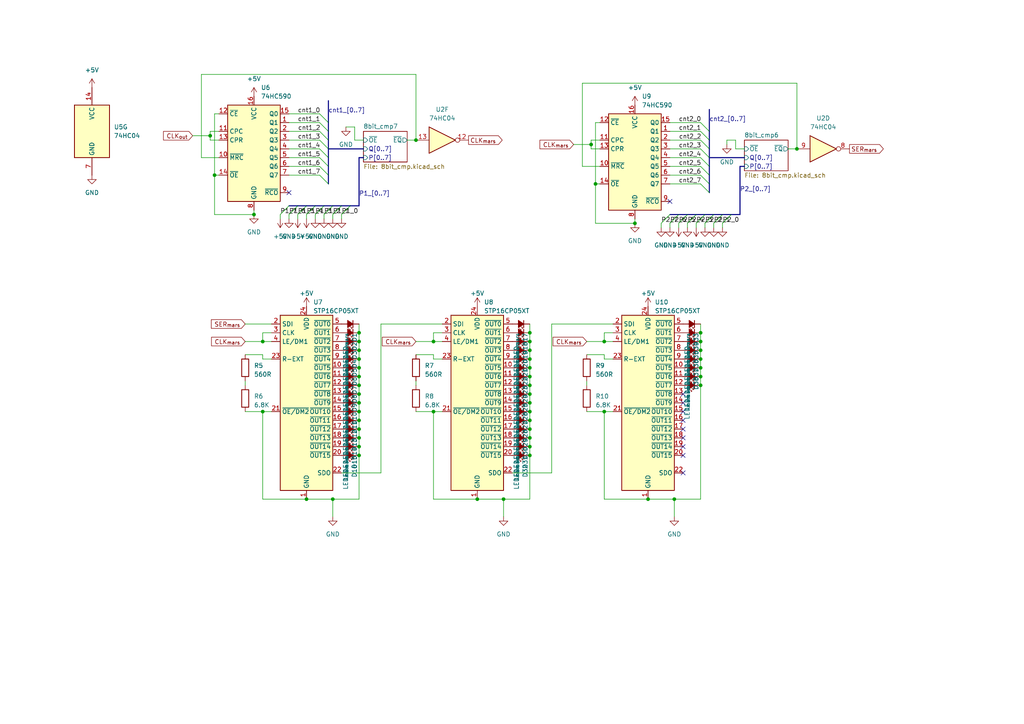
<source format=kicad_sch>
(kicad_sch (version 20230121) (generator eeschema)
  (paper "A4")
  (lib_symbols
    (symbol "74xx:74HC04"
      (property "Reference" "U" (at 0 1.27 0))
      (property "Value" "74HC04" (at 0 -1.27 0))
      (symbol "74HC04_1_0"
        (polyline (pts (xy -3.81 3.81) (xy -3.81 -3.81) (xy 3.81 0) (xy -3.81 3.81)) (stroke (width 0.254)) (fill (type background)))
        (pin input line (at -7.62 0 0) (length 3.81) (name "~") (number "1"))
        (pin output inverted (at 7.62 0 180) (length 3.81) (name "~") (number "2"))
      )
      (symbol "74HC04_2_0"
        (polyline (pts (xy -3.81 3.81) (xy -3.81 -3.81) (xy 3.81 0) (xy -3.81 3.81)) (stroke (width 0.254)) (fill (type background)))
        (pin input line (at -7.62 0 0) (length 3.81) (name "~") (number "3"))
        (pin output inverted (at 7.62 0 180) (length 3.81) (name "~") (number "4"))
      )
      (symbol "74HC04_3_0"
        (polyline (pts (xy -3.81 3.81) (xy -3.81 -3.81) (xy 3.81 0) (xy -3.81 3.81)) (stroke (width 0.254)) (fill (type background)))
        (pin input line (at -7.62 0 0) (length 3.81) (name "~") (number "5"))
        (pin output inverted (at 7.62 0 180) (length 3.81) (name "~") (number "6"))
      )
      (symbol "74HC04_4_0"
        (polyline (pts (xy -3.81 3.81) (xy -3.81 -3.81) (xy 3.81 0) (xy -3.81 3.81)) (stroke (width 0.254)) (fill (type background)))
        (pin output inverted (at 7.62 0 180) (length 3.81) (name "~") (number "8"))
        (pin input line (at -7.62 0 0) (length 3.81) (name "~") (number "9"))
      )
      (symbol "74HC04_5_0"
        (polyline (pts (xy -3.81 3.81) (xy -3.81 -3.81) (xy 3.81 0) (xy -3.81 3.81)) (stroke (width 0.254)) (fill (type background)))
        (pin output inverted (at 7.62 0 180) (length 3.81) (name "~") (number "10"))
        (pin input line (at -7.62 0 0) (length 3.81) (name "~") (number "11"))
      )
      (symbol "74HC04_6_0"
        (polyline (pts (xy -3.81 3.81) (xy -3.81 -3.81) (xy 3.81 0) (xy -3.81 3.81)) (stroke (width 0.254)) (fill (type background)))
        (pin output inverted (at 7.62 0 180) (length 3.81) (name "~") (number "12"))
        (pin input line (at -7.62 0 0) (length 3.81) (name "~") (number "13"))
      )
      (symbol "74HC04_7_0"
        (pin power_in line (at 0 12.7 270) (length 5.08) (name "VCC") (number "14"))
        (pin power_in line (at 0 -12.7 90) (length 5.08) (name "GND") (number "7"))
      )
      (symbol "74HC04_7_1"
        (rectangle (start -5.08 7.62) (end 5.08 -7.62) (stroke (width 0.254)) (fill (type background)))
      )
    )
    (symbol "74xx:74HC590"
      (property "Reference" "U" (at -7.62 16.51 0))
      (property "Value" "74HC590" (at -7.62 -13.97 0))
      (symbol "74HC590_1_0"
        (pin tri_state line (at 10.16 10.16 180) (length 2.54) (name "Q1") (number "1"))
        (pin input line (at -10.16 0 0) (length 2.54) (name "~{MRC}") (number "10"))
        (pin input line (at -10.16 7.62 0) (length 2.54) (name "CPC") (number "11"))
        (pin input line (at -10.16 12.7 0) (length 2.54) (name "~{CE}") (number "12"))
        (pin input line (at -10.16 5.08 0) (length 2.54) (name "CPR") (number "13"))
        (pin input line (at -10.16 -5.08 0) (length 2.54) (name "~{OE}") (number "14"))
        (pin tri_state line (at 10.16 12.7 180) (length 2.54) (name "Q0") (number "15"))
        (pin power_in line (at 0 17.78 270) (length 2.54) (name "VCC") (number "16"))
        (pin tri_state line (at 10.16 7.62 180) (length 2.54) (name "Q2") (number "2"))
        (pin tri_state line (at 10.16 5.08 180) (length 2.54) (name "Q3") (number "3"))
        (pin tri_state line (at 10.16 2.54 180) (length 2.54) (name "Q4") (number "4"))
        (pin tri_state line (at 10.16 0 180) (length 2.54) (name "Q5") (number "5"))
        (pin tri_state line (at 10.16 -2.54 180) (length 2.54) (name "Q6") (number "6"))
        (pin tri_state line (at 10.16 -5.08 180) (length 2.54) (name "Q7") (number "7"))
        (pin power_in line (at 0 -15.24 90) (length 2.54) (name "GND") (number "8"))
        (pin output line (at 10.16 -10.16 180) (length 2.54) (name "~{RCO}") (number "9"))
      )
      (symbol "74HC590_1_1"
        (rectangle (start -7.62 15.24) (end 7.62 -12.7) (stroke (width 0.254)) (fill (type background)))
      )
    )
    (symbol "Device:LED_Small_Filled" (pin_numbers hide) (pin_names (offset 0.254) hide)
      (property "Reference" "D" (at -1.27 3.175 0))
      (property "Value" "LED_Small_Filled" (at -4.445 -2.54 0))
      (symbol "LED_Small_Filled_0_1"
        (polyline (pts (xy -0.762 -1.016) (xy -0.762 1.016)) (stroke (width 0.254)))
        (polyline (pts (xy 1.016 0) (xy -0.762 0)))
        (polyline (pts (xy 0.762 -1.016) (xy -0.762 0) (xy 0.762 1.016) (xy 0.762 -1.016)) (stroke (width 0.254)) (fill (type outline)))
        (polyline (pts (xy 0 0.762) (xy -0.508 1.27) (xy -0.254 1.27) (xy -0.508 1.27) (xy -0.508 1.016)))
        (polyline (pts (xy 0.508 1.27) (xy 0 1.778) (xy 0.254 1.778) (xy 0 1.778) (xy 0 1.524)))
      )
      (symbol "LED_Small_Filled_1_1"
        (pin passive line (at -2.54 0 0) (length 1.778) (name "K") (number "1"))
        (pin passive line (at 2.54 0 180) (length 1.778) (name "A") (number "2"))
      )
    )
    (symbol "Device:R" (pin_numbers hide) (pin_names (offset 0))
      (property "Reference" "R" (at 2.032 0 90))
      (property "Value" "R" (at 0 0 90))
      (symbol "R_0_1"
        (rectangle (start -1.016 -2.54) (end 1.016 2.54) (stroke (width 0.254)))
      )
      (symbol "R_1_1"
        (pin passive line (at 0 3.81 270) (length 1.27) (name "~") (number "1"))
        (pin passive line (at 0 -3.81 90) (length 1.27) (name "~") (number "2"))
      )
    )
    (symbol "Driver_LED:STP16CP05XT"
      (property "Reference" "U" (at -7.62 26.67 0))
      (property "Value" "STP16CP05XT" (at 1.27 26.67 0))
      (symbol "STP16CP05XT_0_1"
        (rectangle (start -7.62 25.4) (end 7.62 -25.4) (stroke (width 0.254)) (fill (type background)))
      )
      (symbol "STP16CP05XT_1_1"
        (pin power_in line (at 0 -27.94 90) (length 2.54) (name "GND") (number "1"))
        (pin output line (at 10.16 10.16 180) (length 2.54) (name "~{OUT5}") (number "10"))
        (pin output line (at 10.16 7.62 180) (length 2.54) (name "~{OUT6}") (number "11"))
        (pin output line (at 10.16 5.08 180) (length 2.54) (name "~{OUT7}") (number "12"))
        (pin output line (at 10.16 2.54 180) (length 2.54) (name "~{OUT8}") (number "13"))
        (pin output line (at 10.16 0 180) (length 2.54) (name "~{OUT9}") (number "14"))
        (pin output line (at 10.16 -2.54 180) (length 2.54) (name "~{OUT10}") (number "15"))
        (pin output line (at 10.16 -5.08 180) (length 2.54) (name "~{OUT11}") (number "16"))
        (pin output line (at 10.16 -7.62 180) (length 2.54) (name "~{OUT12}") (number "17"))
        (pin output line (at 10.16 -10.16 180) (length 2.54) (name "~{OUT13}") (number "18"))
        (pin output line (at 10.16 -12.7 180) (length 2.54) (name "~{OUT14}") (number "19"))
        (pin input line (at -10.16 22.86 0) (length 2.54) (name "SDI") (number "2"))
        (pin output line (at 10.16 -15.24 180) (length 2.54) (name "~{OUT15}") (number "20"))
        (pin input line (at -10.16 -2.54 0) (length 2.54) (name "~{OE/DM2}") (number "21"))
        (pin output line (at 10.16 -20.32 180) (length 2.54) (name "SDO") (number "22"))
        (pin passive line (at -10.16 12.7 0) (length 2.54) (name "R-EXT") (number "23"))
        (pin power_in line (at 0 27.94 270) (length 2.54) (name "VDD") (number "24"))
        (pin passive line (at 0 -27.94 90) (length 2.54) hide (name "GND") (number "25"))
        (pin input line (at -10.16 20.32 0) (length 2.54) (name "CLK") (number "3"))
        (pin input line (at -10.16 17.78 0) (length 2.54) (name "LE/DM1") (number "4"))
        (pin output line (at 10.16 22.86 180) (length 2.54) (name "~{OUT0}") (number "5"))
        (pin output line (at 10.16 20.32 180) (length 2.54) (name "~{OUT1}") (number "6"))
        (pin output line (at 10.16 17.78 180) (length 2.54) (name "~{OUT2}") (number "7"))
        (pin output line (at 10.16 15.24 180) (length 2.54) (name "~{OUT3}") (number "8"))
        (pin output line (at 10.16 12.7 180) (length 2.54) (name "~{OUT4}") (number "9"))
      )
    )
    (symbol "power:+5V" (power) (pin_names (offset 0))
      (property "Value" "+5V" (at 0 3.556 0))
      (symbol "+5V_0_1"
        (polyline (pts (xy -0.762 1.27) (xy 0 2.54)))
        (polyline (pts (xy 0 0) (xy 0 2.54)))
        (polyline (pts (xy 0 2.54) (xy 0.762 1.27)))
      )
      (symbol "+5V_1_1"
        (pin power_in line (at 0 0 90) (length 0) hide (name "+5V") (number "1"))
      )
    )
    (symbol "power:GND" (power) (pin_names (offset 0))
      (property "Value" "GND" (at 0 -3.81 0))
      (symbol "GND_0_1"
        (polyline (pts (xy 0 0) (xy 0 -1.27) (xy 1.27 -1.27) (xy 0 -2.54) (xy -1.27 -1.27) (xy 0 -1.27)))
      )
      (symbol "GND_1_1"
        (pin power_in line (at 0 0 270) (length 0) hide (name "GND") (number "1"))
      )
    )
  )
  (junction (at 104.14 124.46))
  (junction (at 203.2 111.76))
  (junction (at 88.9 144.78))
  (junction (at 153.67 111.76))
  (junction (at 120.65 40.64))
  (junction (at 96.52 144.78))
  (junction (at 153.67 129.54))
  (junction (at 153.67 121.92))
  (junction (at 60.96 39.37))
  (junction (at 153.67 114.3))
  (junction (at 153.67 101.6))
  (junction (at 104.14 116.84))
  (junction (at 125.73 99.06))
  (junction (at 172.72 53.34))
  (junction (at 125.73 119.38))
  (junction (at 203.2 96.52))
  (junction (at 153.67 104.14))
  (junction (at 195.58 144.78))
  (junction (at 104.14 104.14))
  (junction (at 153.67 96.52))
  (junction (at 104.14 99.06))
  (junction (at 203.2 99.06))
  (junction (at 187.96 144.78))
  (junction (at 104.14 132.08))
  (junction (at 146.05 144.78))
  (junction (at 104.14 114.3))
  (junction (at 76.2 99.06))
  (junction (at 104.14 129.54))
  (junction (at 175.26 99.06))
  (junction (at 104.14 111.76))
  (junction (at 76.2 119.38))
  (junction (at 231.14 43.18))
  (junction (at 153.67 124.46))
  (junction (at 153.67 109.22))
  (junction (at 62.23 50.8))
  (junction (at 203.2 104.14))
  (junction (at 153.67 132.08))
  (junction (at 171.45 41.91))
  (junction (at 104.14 109.22))
  (junction (at 203.2 101.6))
  (junction (at 104.14 121.92))
  (junction (at 138.43 144.78))
  (junction (at 203.2 109.22))
  (junction (at 153.67 106.68))
  (junction (at 153.67 116.84))
  (junction (at 203.2 106.68))
  (junction (at 175.26 119.38))
  (junction (at 153.67 119.38))
  (junction (at 104.14 119.38))
  (junction (at 104.14 96.52))
  (junction (at 184.15 64.77))
  (junction (at 153.67 127))
  (junction (at 104.14 101.6))
  (junction (at 73.66 62.23))
  (junction (at 104.14 106.68))
  (junction (at 153.67 99.06))
  (junction (at 104.14 127))
  (no_connect (at 83.82 55.88))
  (no_connect (at 198.12 129.54))
  (no_connect (at 198.12 124.46))
  (no_connect (at 198.12 116.84))
  (no_connect (at 198.12 137.16))
  (no_connect (at 198.12 127))
  (no_connect (at 198.12 132.08))
  (no_connect (at 198.12 114.3))
  (no_connect (at 198.12 121.92))
  (no_connect (at 198.12 119.38))
  (no_connect (at 194.31 58.42))
  (bus_entry (at 199.39 62.23) (size -2.54 2.54))
  (bus_entry (at 204.47 62.23) (size -2.54 2.54))
  (bus_entry (at 203.2 45.72) (size 2.54 2.54))
  (bus_entry (at 96.52 59.69) (size -2.54 2.54))
  (bus_entry (at 201.93 62.23) (size -2.54 2.54))
  (bus_entry (at 92.71 35.56) (size 2.54 2.54))
  (bus_entry (at 93.98 59.69) (size -2.54 2.54))
  (bus_entry (at 209.55 62.23) (size -2.54 2.54))
  (bus_entry (at 203.2 35.56) (size 2.54 2.54))
  (bus_entry (at 91.44 59.69) (size -2.54 2.54))
  (bus_entry (at 92.71 40.64) (size 2.54 2.54))
  (bus_entry (at 92.71 43.18) (size 2.54 2.54))
  (bus_entry (at 99.06 59.69) (size -2.54 2.54))
  (bus_entry (at 101.6 59.69) (size -2.54 2.54))
  (bus_entry (at 194.31 62.23) (size -2.54 2.54))
  (bus_entry (at 86.36 59.69) (size -2.54 2.54))
  (bus_entry (at 203.2 53.34) (size 2.54 2.54))
  (bus_entry (at 207.01 62.23) (size -2.54 2.54))
  (bus_entry (at 92.71 50.8) (size 2.54 2.54))
  (bus_entry (at 88.9 59.69) (size -2.54 2.54))
  (bus_entry (at 92.71 33.02) (size 2.54 2.54))
  (bus_entry (at 196.85 62.23) (size -2.54 2.54))
  (bus_entry (at 83.82 59.69) (size -2.54 2.54))
  (bus_entry (at 203.2 40.64) (size 2.54 2.54))
  (bus_entry (at 92.71 38.1) (size 2.54 2.54))
  (bus_entry (at 92.71 48.26) (size 2.54 2.54))
  (bus_entry (at 203.2 48.26) (size 2.54 2.54))
  (bus_entry (at 212.09 62.23) (size -2.54 2.54))
  (bus_entry (at 203.2 43.18) (size 2.54 2.54))
  (bus_entry (at 203.2 38.1) (size 2.54 2.54))
  (bus_entry (at 92.71 45.72) (size 2.54 2.54))
  (bus_entry (at 203.2 50.8) (size 2.54 2.54))
  (wire (pts (xy 210.82 41.91) (xy 210.82 40.64)))
  (wire (pts (xy 104.14 93.98) (xy 104.14 96.52)))
  (wire (pts (xy 83.82 40.64) (xy 92.71 40.64)))
  (wire (pts (xy 100.33 36.83) (xy 102.87 36.83)))
  (wire (pts (xy 83.82 35.56) (xy 92.71 35.56)))
  (wire (pts (xy 104.14 104.14) (xy 104.14 106.68)))
  (wire (pts (xy 160.02 93.98) (xy 177.8 93.98)))
  (wire (pts (xy 83.82 62.23) (xy 83.82 63.5)))
  (wire (pts (xy 153.67 101.6) (xy 153.67 104.14)))
  (wire (pts (xy 175.26 102.87) (xy 175.26 104.14)))
  (wire (pts (xy 76.2 144.78) (xy 76.2 119.38)))
  (wire (pts (xy 231.14 24.13) (xy 168.91 24.13)))
  (wire (pts (xy 125.73 99.06) (xy 128.27 99.06)))
  (wire (pts (xy 60.96 39.37) (xy 60.96 38.1)))
  (wire (pts (xy 104.14 109.22) (xy 104.14 111.76)))
  (wire (pts (xy 203.2 99.06) (xy 203.2 101.6)))
  (wire (pts (xy 171.45 43.18) (xy 171.45 41.91)))
  (wire (pts (xy 194.31 35.56) (xy 203.2 35.56)))
  (wire (pts (xy 120.65 119.38) (xy 125.73 119.38)))
  (wire (pts (xy 153.67 104.14) (xy 153.67 106.68)))
  (wire (pts (xy 62.23 62.23) (xy 62.23 50.8)))
  (wire (pts (xy 166.37 41.91) (xy 171.45 41.91)))
  (wire (pts (xy 99.06 62.23) (xy 99.06 63.5)))
  (wire (pts (xy 153.67 114.3) (xy 153.67 116.84)))
  (wire (pts (xy 81.28 62.23) (xy 81.28 63.5)))
  (wire (pts (xy 203.2 96.52) (xy 203.2 99.06)))
  (wire (pts (xy 203.2 109.22) (xy 203.2 111.76)))
  (wire (pts (xy 146.05 149.86) (xy 146.05 144.78)))
  (wire (pts (xy 96.52 144.78) (xy 104.14 144.78)))
  (wire (pts (xy 153.67 121.92) (xy 153.67 124.46)))
  (wire (pts (xy 110.49 137.16) (xy 110.49 93.98)))
  (wire (pts (xy 195.58 144.78) (xy 203.2 144.78)))
  (wire (pts (xy 175.26 144.78) (xy 175.26 119.38)))
  (wire (pts (xy 171.45 41.91) (xy 171.45 40.64)))
  (wire (pts (xy 184.15 63.5) (xy 184.15 64.77)))
  (wire (pts (xy 168.91 48.26) (xy 173.99 48.26)))
  (wire (pts (xy 71.12 93.98) (xy 78.74 93.98)))
  (wire (pts (xy 207.01 64.77) (xy 207.01 66.04)))
  (bus (pts (xy 205.74 43.18) (xy 205.74 45.72)))
  (wire (pts (xy 153.67 96.52) (xy 153.67 99.06)))
  (wire (pts (xy 194.31 38.1) (xy 203.2 38.1)))
  (wire (pts (xy 62.23 33.02) (xy 63.5 33.02)))
  (wire (pts (xy 170.18 110.49) (xy 170.18 111.76)))
  (bus (pts (xy 194.31 62.23) (xy 196.85 62.23)))
  (wire (pts (xy 96.52 149.86) (xy 96.52 144.78)))
  (bus (pts (xy 214.63 62.23) (xy 214.63 48.26)))
  (wire (pts (xy 104.14 127) (xy 104.14 129.54)))
  (bus (pts (xy 209.55 62.23) (xy 212.09 62.23)))
  (bus (pts (xy 83.82 59.69) (xy 86.36 59.69)))
  (wire (pts (xy 62.23 50.8) (xy 62.23 33.02)))
  (wire (pts (xy 194.31 48.26) (xy 203.2 48.26)))
  (wire (pts (xy 194.31 53.34) (xy 203.2 53.34)))
  (wire (pts (xy 104.14 106.68) (xy 104.14 109.22)))
  (bus (pts (xy 93.98 59.69) (xy 96.52 59.69)))
  (wire (pts (xy 201.93 64.77) (xy 201.93 66.04)))
  (wire (pts (xy 110.49 93.98) (xy 128.27 93.98)))
  (wire (pts (xy 125.73 99.06) (xy 125.73 96.52)))
  (bus (pts (xy 205.74 40.64) (xy 205.74 43.18)))
  (wire (pts (xy 99.06 137.16) (xy 110.49 137.16)))
  (bus (pts (xy 95.25 45.72) (xy 95.25 48.26)))
  (bus (pts (xy 95.25 40.64) (xy 95.25 43.18)))
  (wire (pts (xy 62.23 50.8) (xy 63.5 50.8)))
  (wire (pts (xy 175.26 99.06) (xy 175.26 96.52)))
  (wire (pts (xy 73.66 62.23) (xy 62.23 62.23)))
  (wire (pts (xy 196.85 64.77) (xy 196.85 66.04)))
  (wire (pts (xy 76.2 104.14) (xy 78.74 104.14)))
  (wire (pts (xy 187.96 144.78) (xy 175.26 144.78)))
  (wire (pts (xy 104.14 111.76) (xy 104.14 114.3)))
  (bus (pts (xy 196.85 62.23) (xy 199.39 62.23)))
  (bus (pts (xy 201.93 62.23) (xy 204.47 62.23)))
  (wire (pts (xy 172.72 53.34) (xy 172.72 35.56)))
  (wire (pts (xy 231.14 43.18) (xy 231.14 24.13)))
  (wire (pts (xy 203.2 111.76) (xy 203.2 144.78)))
  (bus (pts (xy 95.25 35.56) (xy 95.25 38.1)))
  (wire (pts (xy 203.2 101.6) (xy 203.2 104.14)))
  (bus (pts (xy 205.74 45.72) (xy 215.9 45.72)))
  (wire (pts (xy 172.72 53.34) (xy 173.99 53.34)))
  (wire (pts (xy 153.67 116.84) (xy 153.67 119.38)))
  (wire (pts (xy 203.2 106.68) (xy 203.2 109.22)))
  (wire (pts (xy 76.2 102.87) (xy 76.2 104.14)))
  (wire (pts (xy 58.42 21.59) (xy 58.42 45.72)))
  (wire (pts (xy 83.82 43.18) (xy 92.71 43.18)))
  (bus (pts (xy 205.74 45.72) (xy 205.74 48.26)))
  (wire (pts (xy 118.11 40.64) (xy 120.65 40.64)))
  (wire (pts (xy 120.65 40.64) (xy 120.65 21.59)))
  (bus (pts (xy 212.09 62.23) (xy 214.63 62.23)))
  (wire (pts (xy 93.98 62.23) (xy 93.98 63.5)))
  (wire (pts (xy 168.91 24.13) (xy 168.91 48.26)))
  (wire (pts (xy 210.82 40.64) (xy 213.36 40.64)))
  (wire (pts (xy 104.14 132.08) (xy 104.14 144.78)))
  (wire (pts (xy 102.87 36.83) (xy 102.87 40.64)))
  (bus (pts (xy 205.74 31.75) (xy 205.74 38.1)))
  (bus (pts (xy 205.74 48.26) (xy 205.74 50.8)))
  (wire (pts (xy 153.67 106.68) (xy 153.67 109.22)))
  (wire (pts (xy 153.67 132.08) (xy 153.67 144.78)))
  (bus (pts (xy 104.14 59.69) (xy 104.14 45.72)))
  (bus (pts (xy 207.01 62.23) (xy 209.55 62.23)))
  (wire (pts (xy 194.31 43.18) (xy 203.2 43.18)))
  (wire (pts (xy 153.67 109.22) (xy 153.67 111.76)))
  (wire (pts (xy 138.43 144.78) (xy 125.73 144.78)))
  (wire (pts (xy 195.58 149.86) (xy 195.58 144.78)))
  (wire (pts (xy 146.05 144.78) (xy 153.67 144.78)))
  (wire (pts (xy 170.18 99.06) (xy 175.26 99.06)))
  (wire (pts (xy 153.67 99.06) (xy 153.67 101.6)))
  (wire (pts (xy 125.73 119.38) (xy 128.27 119.38)))
  (bus (pts (xy 204.47 62.23) (xy 207.01 62.23)))
  (wire (pts (xy 120.65 99.06) (xy 125.73 99.06)))
  (wire (pts (xy 104.14 96.52) (xy 104.14 99.06)))
  (wire (pts (xy 76.2 119.38) (xy 78.74 119.38)))
  (wire (pts (xy 153.67 127) (xy 153.67 129.54)))
  (wire (pts (xy 125.73 102.87) (xy 125.73 104.14)))
  (wire (pts (xy 175.26 119.38) (xy 177.8 119.38)))
  (wire (pts (xy 209.55 64.77) (xy 209.55 66.04)))
  (wire (pts (xy 153.67 124.46) (xy 153.67 127)))
  (wire (pts (xy 184.15 64.77) (xy 172.72 64.77)))
  (wire (pts (xy 104.14 116.84) (xy 104.14 119.38)))
  (wire (pts (xy 104.14 119.38) (xy 104.14 121.92)))
  (bus (pts (xy 205.74 50.8) (xy 205.74 53.34)))
  (wire (pts (xy 170.18 102.87) (xy 175.26 102.87)))
  (bus (pts (xy 95.25 38.1) (xy 95.25 40.64)))
  (wire (pts (xy 91.44 62.23) (xy 91.44 63.5)))
  (wire (pts (xy 96.52 62.23) (xy 96.52 63.5)))
  (wire (pts (xy 175.26 96.52) (xy 177.8 96.52)))
  (wire (pts (xy 60.96 38.1) (xy 63.5 38.1)))
  (wire (pts (xy 171.45 40.64) (xy 173.99 40.64)))
  (wire (pts (xy 173.99 43.18) (xy 171.45 43.18)))
  (wire (pts (xy 146.05 144.78) (xy 138.43 144.78)))
  (wire (pts (xy 88.9 144.78) (xy 76.2 144.78)))
  (wire (pts (xy 71.12 110.49) (xy 71.12 111.76)))
  (wire (pts (xy 172.72 64.77) (xy 172.72 53.34)))
  (wire (pts (xy 83.82 48.26) (xy 92.71 48.26)))
  (wire (pts (xy 58.42 45.72) (xy 63.5 45.72)))
  (wire (pts (xy 102.87 40.64) (xy 105.41 40.64)))
  (wire (pts (xy 76.2 99.06) (xy 78.74 99.06)))
  (wire (pts (xy 213.36 40.64) (xy 213.36 43.18)))
  (wire (pts (xy 83.82 45.72) (xy 92.71 45.72)))
  (wire (pts (xy 148.59 137.16) (xy 160.02 137.16)))
  (wire (pts (xy 104.14 114.3) (xy 104.14 116.84)))
  (wire (pts (xy 228.6 43.18) (xy 231.14 43.18)))
  (bus (pts (xy 205.74 53.34) (xy 205.74 55.88)))
  (wire (pts (xy 76.2 96.52) (xy 78.74 96.52)))
  (wire (pts (xy 83.82 38.1) (xy 92.71 38.1)))
  (wire (pts (xy 120.65 110.49) (xy 120.65 111.76)))
  (wire (pts (xy 213.36 43.18) (xy 215.9 43.18)))
  (bus (pts (xy 91.44 59.69) (xy 93.98 59.69)))
  (wire (pts (xy 153.67 129.54) (xy 153.67 132.08)))
  (bus (pts (xy 214.63 48.26) (xy 215.9 48.26)))
  (bus (pts (xy 101.6 59.69) (xy 104.14 59.69)))
  (wire (pts (xy 63.5 40.64) (xy 60.96 40.64)))
  (wire (pts (xy 194.31 64.77) (xy 194.31 66.04)))
  (wire (pts (xy 76.2 99.06) (xy 76.2 96.52)))
  (bus (pts (xy 88.9 59.69) (xy 91.44 59.69)))
  (bus (pts (xy 95.25 29.21) (xy 95.25 35.56)))
  (bus (pts (xy 86.36 59.69) (xy 88.9 59.69)))
  (wire (pts (xy 203.2 104.14) (xy 203.2 106.68)))
  (wire (pts (xy 175.26 104.14) (xy 177.8 104.14)))
  (wire (pts (xy 71.12 102.87) (xy 76.2 102.87)))
  (bus (pts (xy 95.25 43.18) (xy 105.41 43.18)))
  (wire (pts (xy 160.02 137.16) (xy 160.02 93.98)))
  (wire (pts (xy 83.82 50.8) (xy 92.71 50.8)))
  (wire (pts (xy 194.31 50.8) (xy 203.2 50.8)))
  (wire (pts (xy 104.14 101.6) (xy 104.14 104.14)))
  (wire (pts (xy 96.52 144.78) (xy 88.9 144.78)))
  (wire (pts (xy 153.67 93.98) (xy 153.67 96.52)))
  (wire (pts (xy 175.26 99.06) (xy 177.8 99.06)))
  (wire (pts (xy 125.73 104.14) (xy 128.27 104.14)))
  (bus (pts (xy 95.25 50.8) (xy 95.25 53.34)))
  (wire (pts (xy 60.96 40.64) (xy 60.96 39.37)))
  (wire (pts (xy 194.31 45.72) (xy 203.2 45.72)))
  (wire (pts (xy 191.77 64.77) (xy 191.77 66.04)))
  (wire (pts (xy 195.58 144.78) (xy 187.96 144.78)))
  (wire (pts (xy 153.67 119.38) (xy 153.67 121.92)))
  (bus (pts (xy 95.25 48.26) (xy 95.25 50.8)))
  (wire (pts (xy 104.14 129.54) (xy 104.14 132.08)))
  (bus (pts (xy 199.39 62.23) (xy 201.93 62.23)))
  (bus (pts (xy 104.14 45.72) (xy 105.41 45.72)))
  (wire (pts (xy 104.14 99.06) (xy 104.14 101.6)))
  (bus (pts (xy 99.06 59.69) (xy 101.6 59.69)))
  (bus (pts (xy 96.52 59.69) (xy 99.06 59.69)))
  (wire (pts (xy 204.47 64.77) (xy 204.47 66.04)))
  (wire (pts (xy 71.12 119.38) (xy 76.2 119.38)))
  (bus (pts (xy 95.25 43.18) (xy 95.25 45.72)))
  (bus (pts (xy 205.74 38.1) (xy 205.74 40.64)))
  (wire (pts (xy 172.72 35.56) (xy 173.99 35.56)))
  (wire (pts (xy 194.31 40.64) (xy 203.2 40.64)))
  (wire (pts (xy 83.82 33.02) (xy 92.71 33.02)))
  (wire (pts (xy 120.65 21.59) (xy 58.42 21.59)))
  (wire (pts (xy 199.39 64.77) (xy 199.39 66.04)))
  (wire (pts (xy 73.66 60.96) (xy 73.66 62.23)))
  (wire (pts (xy 125.73 144.78) (xy 125.73 119.38)))
  (wire (pts (xy 55.88 39.37) (xy 60.96 39.37)))
  (wire (pts (xy 104.14 124.46) (xy 104.14 127)))
  (wire (pts (xy 71.12 99.06) (xy 76.2 99.06)))
  (wire (pts (xy 88.9 62.23) (xy 88.9 63.5)))
  (wire (pts (xy 170.18 119.38) (xy 175.26 119.38)))
  (wire (pts (xy 125.73 96.52) (xy 128.27 96.52)))
  (wire (pts (xy 86.36 62.23) (xy 86.36 63.5)))
  (wire (pts (xy 120.65 102.87) (xy 125.73 102.87)))
  (wire (pts (xy 153.67 111.76) (xy 153.67 114.3)))
  (wire (pts (xy 203.2 93.98) (xy 203.2 96.52)))
  (wire (pts (xy 104.14 121.92) (xy 104.14 124.46)))
  (label "P1_4" (at 88.9 62.23 0))
  (label "P2_[0..7]" (at 214.63 55.88 0))
  (label "cnt2_7" (at 196.85 53.34 0))
  (label "cnt1_[0..7]" (at 95.25 33.02 0))
  (label "cnt1_4" (at 86.36 43.18 0))
  (label "cnt1_1" (at 86.36 35.56 0))
  (label "cnt2_[0..7]" (at 205.74 35.56 0))
  (label "P1_6" (at 83.82 62.23 0))
  (label "P1_0" (at 99.06 62.23 0))
  (label "P2_0" (at 209.55 64.77 0))
  (label "cnt2_0" (at 196.85 35.56 0))
  (label "cnt1_7" (at 86.36 50.8 0))
  (label "P2_3" (at 201.93 64.77 0))
  (label "cnt1_6" (at 86.36 48.26 0))
  (label "cnt2_1" (at 196.85 38.1 0))
  (label "P1_2" (at 93.98 62.23 0))
  (label "P2_5" (at 196.85 64.77 0))
  (label "P2_2" (at 204.47 64.77 0))
  (label "cnt1_2" (at 86.4114 38.1 0))
  (label "P2_7" (at 191.77 64.77 0))
  (label "cnt2_2" (at 196.9014 40.64 0))
  (label "cnt1_0" (at 86.36 33.02 0))
  (label "cnt1_5" (at 86.36 45.72 0))
  (label "cnt1_3" (at 86.36 40.64 0))
  (label "P2_1" (at 207.01 64.77 0))
  (label "cnt2_4" (at 196.85 45.72 0))
  (label "cnt2_5" (at 196.85 48.26 0))
  (label "P2_6" (at 194.31 64.77 0))
  (label "P2_4" (at 199.39 64.77 0))
  (label "P1_3" (at 91.44 62.23 0))
  (label "cnt2_6" (at 196.85 50.8 0))
  (label "P1_7" (at 81.28 62.23 0))
  (label "P1_5" (at 86.36 62.23 0))
  (label "P1_1" (at 96.52 62.23 0))
  (label "P1_[0..7]" (at 104.14 57.15 0))
  (label "cnt2_3" (at 196.85 43.18 0))
  (global_label "CLK_{mars}" (shape output) (at 135.89 40.64 0) (property "Intersheetrefs" "${INTERSHEET_REFS}" (effects hide)))
  (global_label "CLK_{out}" (shape input) (at 55.88 39.37 180) (property "Intersheetrefs" "${INTERSHEET_REFS}" (effects hide)))
  (global_label "CLK_{mars}" (shape input) (at 170.18 99.06 180) (property "Intersheetrefs" "${INTERSHEET_REFS}" (effects hide)))
  (global_label "SER_{mars}" (shape input) (at 71.12 93.98 180) (property "Intersheetrefs" "${INTERSHEET_REFS}" (effects hide)))
  (global_label "SER_{mars}" (shape output) (at 246.38 43.18 0) (property "Intersheetrefs" "${INTERSHEET_REFS}" (effects hide)))
  (global_label "CLK_{mars}" (shape input) (at 120.65 99.06 180) (property "Intersheetrefs" "${INTERSHEET_REFS}" (effects hide)))
  (global_label "CLK_{mars}" (shape input) (at 71.12 99.06 180) (property "Intersheetrefs" "${INTERSHEET_REFS}" (effects hide)))
  (global_label "CLK_{mars}" (shape input) (at 166.37 41.91 180) (property "Intersheetrefs" "${INTERSHEET_REFS}" (effects hide)))
  (symbol (lib_id "Device:LED_Small_Filled") (at 200.66 99.06 180) (unit 1)
    (property "Reference" "D35" (at 201.8666 101.6 90) (effects (justify left)))
    (property "Value" "LED_{mars}" (at 199.3266 101.6 90) (effects (justify left)))
    (property "Footprint" "LED_SMD:LED_0402_1005Metric_Pad0.77x0.64mm_HandSolder" (effects hide))
  )
  (symbol (lib_id "Device:LED_Small_Filled") (at 101.6 104.14 180) (unit 1)
    (property "Reference" "D5" (at 102.8066 106.68 90) (effects (justify left)))
    (property "Value" "LED_{mars}" (at 100.2666 106.68 90) (effects (justify left)))
    (property "Footprint" "LED_SMD:LED_0402_1005Metric_Pad0.77x0.64mm_HandSolder" (effects hide))
  )
  (symbol (lib_id "Device:R") (at 71.12 106.68 0) (unit 1)
    (property "Reference" "R5" (at 73.66 106.045 0) (effects (justify left)))
    (property "Value" "560R" (at 73.66 108.585 0) (effects (justify left)))
    (property "Footprint" "Resistor_SMD:R_0603_1608Metric_Pad0.98x0.95mm_HandSolder" (effects hide))
  )
  (symbol (lib_id "power:+5V") (at 81.28 63.5 180) (unit 1)
    (property "Reference" "#PWR022" (effects hide))
    (property "Value" "+5V" (at 81.28 68.58 0))
  )
  (symbol (lib_id "power:GND") (at 96.52 149.86 0) (unit 1)
    (property "Reference" "#PWR030" (effects hide))
    (property "Value" "GND" (at 96.52 154.94 0))
  )
  (symbol (lib_id "Device:LED_Small_Filled") (at 101.6 124.46 180) (unit 1)
    (property "Reference" "D13" (at 102.8066 127 90) (effects (justify left)))
    (property "Value" "LED_{mars}" (at 100.2666 127 90) (effects (justify left)))
    (property "Footprint" "LED_SMD:LED_0402_1005Metric_Pad0.77x0.64mm_HandSolder" (effects hide))
  )
  (symbol (lib_id "Device:LED_Small_Filled") (at 101.6 96.52 180) (unit 1)
    (property "Reference" "D2" (at 102.8066 99.06 90) (effects (justify left)))
    (property "Value" "LED_{mars}" (at 100.2666 99.06 90) (effects (justify left)))
    (property "Footprint" "LED_SMD:LED_0402_1005Metric_Pad0.77x0.64mm_HandSolder" (effects hide))
  )
  (symbol (lib_id "Device:R") (at 170.18 115.57 0) (unit 1)
    (property "Reference" "R10" (at 172.72 114.935 0) (effects (justify left)))
    (property "Value" "6.8K" (at 172.72 117.475 0) (effects (justify left)))
    (property "Footprint" "Resistor_SMD:R_0603_1608Metric_Pad0.98x0.95mm_HandSolder" (effects hide))
  )
  (symbol (lib_id "power:GND") (at 100.33 36.83 0) (unit 1)
    (property "Reference" "#PWR032" (effects hide))
    (property "Value" "GND" (at 100.33 41.91 0))
  )
  (symbol (lib_id "power:GND") (at 93.98 63.5 0) (unit 1)
    (property "Reference" "#PWR028" (effects hide))
    (property "Value" "GND" (at 93.98 68.58 0))
  )
  (symbol (lib_id "Device:LED_Small_Filled") (at 101.6 119.38 180) (unit 1)
    (property "Reference" "D11" (at 102.8066 121.92 90) (effects (justify left)))
    (property "Value" "LED_{mars}" (at 100.2666 121.92 90) (effects (justify left)))
    (property "Footprint" "LED_SMD:LED_0402_1005Metric_Pad0.77x0.64mm_HandSolder" (effects hide))
  )
  (symbol (lib_id "Device:LED_Small_Filled") (at 101.6 93.98 180) (unit 1)
    (property "Reference" "D1" (at 102.8066 96.52 90) (effects (justify left)))
    (property "Value" "LED_{mars}" (at 100.2666 96.52 90) (effects (justify left)))
    (property "Footprint" "LED_SMD:LED_0402_1005Metric_Pad0.77x0.64mm_HandSolder" (effects hide))
  )
  (symbol (lib_id "Device:R") (at 170.18 106.68 0) (unit 1)
    (property "Reference" "R9" (at 172.72 106.045 0) (effects (justify left)))
    (property "Value" "560R" (at 172.72 108.585 0) (effects (justify left)))
    (property "Footprint" "Resistor_SMD:R_0603_1608Metric_Pad0.98x0.95mm_HandSolder" (effects hide))
  )
  (symbol (lib_id "Device:LED_Small_Filled") (at 101.6 106.68 180) (unit 1)
    (property "Reference" "D6" (at 102.8066 109.22 90) (effects (justify left)))
    (property "Value" "LED_{mars}" (at 100.2666 109.22 90) (effects (justify left)))
    (property "Footprint" "LED_SMD:LED_0402_1005Metric_Pad0.77x0.64mm_HandSolder" (effects hide))
  )
  (symbol (lib_id "power:GND") (at 26.67 50.8 0) (unit 1)
    (property "Reference" "#PWR019" (effects hide))
    (property "Value" "GND" (at 26.67 55.88 0))
  )
  (symbol (lib_id "Device:LED_Small_Filled") (at 101.6 109.22 180) (unit 1)
    (property "Reference" "D7" (at 102.8066 111.76 90) (effects (justify left)))
    (property "Value" "LED_{mars}" (at 100.2666 111.76 90) (effects (justify left)))
    (property "Footprint" "LED_SMD:LED_0402_1005Metric_Pad0.77x0.64mm_HandSolder" (effects hide))
  )
  (symbol (lib_id "Device:LED_Small_Filled") (at 151.13 114.3 180) (unit 1)
    (property "Reference" "D25" (at 152.3366 116.84 90) (effects (justify left)))
    (property "Value" "LED_{mars}" (at 149.7966 116.84 90) (effects (justify left)))
    (property "Footprint" "LED_SMD:LED_0402_1005Metric_Pad0.77x0.64mm_HandSolder" (effects hide))
  )
  (symbol (lib_id "power:+5V") (at 88.9 88.9 0) (unit 1)
    (property "Reference" "#PWR026" (effects hide))
    (property "Value" "+5V" (at 88.9 85.09 0))
  )
  (symbol (lib_id "power:GND") (at 195.58 149.86 0) (unit 1)
    (property "Reference" "#PWR040" (effects hide))
    (property "Value" "GND" (at 195.58 154.94 0))
  )
  (symbol (lib_id "Device:LED_Small_Filled") (at 101.6 129.54 180) (unit 1)
    (property "Reference" "D15" (at 102.8066 132.08 90) (effects (justify left)))
    (property "Value" "LED_{mars}" (at 100.2666 132.08 90) (effects (justify left)))
    (property "Footprint" "LED_SMD:LED_0402_1005Metric_Pad0.77x0.64mm_HandSolder" (effects hide))
  )
  (symbol (lib_id "power:+5V") (at 184.15 30.48 0) (unit 1)
    (property "Reference" "#PWR035" (effects hide))
    (property "Value" "+5V" (at 184.15 25.4 0))
  )
  (symbol (lib_id "Driver_LED:STP16CP05XT") (at 187.96 116.84 0) (unit 1)
    (property "Reference" "U10" (at 189.9159 87.63 0) (effects (justify left)))
    (property "Value" "STP16CP05XT" (at 189.9159 90.17 0) (effects (justify left)))
    (property "Footprint" "Package_SO:HTSSOP-24-1EP_4.4x7.8mm_P0.65mm_EP3.2x5mm" (effects hide))
    (property "Datasheet" "https://www.st.com/resource/en/datasheet/stp16cp05.pdf" (effects hide))
  )
  (symbol (lib_id "Device:LED_Small_Filled") (at 151.13 104.14 180) (unit 1)
    (property "Reference" "D21" (at 152.3366 106.68 90) (effects (justify left)))
    (property "Value" "LED_{mars}" (at 149.7966 106.68 90) (effects (justify left)))
    (property "Footprint" "LED_SMD:LED_0402_1005Metric_Pad0.77x0.64mm_HandSolder" (effects hide))
  )
  (symbol (lib_id "Device:LED_Small_Filled") (at 151.13 101.6 180) (unit 1)
    (property "Reference" "D20" (at 152.3366 104.14 90) (effects (justify left)))
    (property "Value" "LED_{mars}" (at 149.7966 104.14 90) (effects (justify left)))
    (property "Footprint" "LED_SMD:LED_0402_1005Metric_Pad0.77x0.64mm_HandSolder" (effects hide))
  )
  (symbol (lib_id "Device:LED_Small_Filled") (at 101.6 99.06 180) (unit 1)
    (property "Reference" "D3" (at 102.8066 101.6 90) (effects (justify left)))
    (property "Value" "LED_{mars}" (at 100.2666 101.6 90) (effects (justify left)))
    (property "Footprint" "LED_SMD:LED_0402_1005Metric_Pad0.77x0.64mm_HandSolder" (effects hide))
  )
  (symbol (lib_id "Device:LED_Small_Filled") (at 101.6 114.3 180) (unit 1)
    (property "Reference" "D9" (at 102.8066 116.84 90) (effects (justify left)))
    (property "Value" "LED_{mars}" (at 100.2666 116.84 90) (effects (justify left)))
    (property "Footprint" "LED_SMD:LED_0402_1005Metric_Pad0.77x0.64mm_HandSolder" (effects hide))
  )
  (symbol (lib_id "power:+5V") (at 196.85 66.04 180) (unit 1)
    (property "Reference" "#PWR041" (effects hide))
    (property "Value" "+5V" (at 196.85 71.12 0))
  )
  (symbol (lib_id "power:GND") (at 73.66 62.23 0) (unit 1)
    (property "Reference" "#PWR021" (effects hide))
    (property "Value" "GND" (at 73.66 67.31 0))
  )
  (symbol (lib_id "Device:R") (at 71.12 115.57 0) (unit 1)
    (property "Reference" "R6" (at 73.66 114.935 0) (effects (justify left)))
    (property "Value" "6.8K" (at 73.66 117.475 0) (effects (justify left)))
    (property "Footprint" "Resistor_SMD:R_0603_1608Metric_Pad0.98x0.95mm_HandSolder" (effects hide))
  )
  (symbol (lib_id "power:GND") (at 204.47 66.04 0) (unit 1)
    (property "Reference" "#PWR044" (effects hide))
    (property "Value" "GND" (at 204.47 71.12 0))
  )
  (symbol (lib_id "74xx:74HC590") (at 184.15 48.26 0) (unit 1)
    (property "Reference" "U9" (at 186.1694 27.94 0) (effects (justify left)))
    (property "Value" "74HC590" (at 186.1694 30.48 0) (effects (justify left)))
    (property "Footprint" "Package_SO:TSSOP-16-1EP_4.4x5mm_P0.65mm" (effects hide))
    (property "Datasheet" "https://assets.nexperia.com/documents/data-sheet/74HC590.pdf" (effects hide))
  )
  (symbol (lib_id "74xx:74HC04") (at 128.27 40.64 0) (unit 6)
    (property "Reference" "U2" (at 128.27 31.75 0))
    (property "Value" "74HC04" (at 128.27 34.29 0))
    (property "Footprint" "Package_SO:SO-14_5.3x10.2mm_P1.27mm" (effects hide))
    (property "Datasheet" "https://assets.nexperia.com/documents/data-sheet/74HC_HCT04.pdf" (effects hide))
  )
  (symbol (lib_id "Driver_LED:STP16CP05XT") (at 138.43 116.84 0) (unit 1)
    (property "Reference" "U8" (at 140.3859 87.63 0) (effects (justify left)))
    (property "Value" "STP16CP05XT" (at 140.3859 90.17 0) (effects (justify left)))
    (property "Footprint" "Package_SO:HTSSOP-24-1EP_4.4x7.8mm_P0.65mm_EP3.2x5mm" (effects hide))
    (property "Datasheet" "https://www.st.com/resource/en/datasheet/stp16cp05.pdf" (effects hide))
  )
  (symbol (lib_id "Device:LED_Small_Filled") (at 101.6 132.08 180) (unit 1)
    (property "Reference" "D16" (at 102.8066 134.62 90) (effects (justify left)))
    (property "Value" "LED_{mars}" (at 100.2666 134.62 90) (effects (justify left)))
    (property "Footprint" "LED_SMD:LED_0402_1005Metric_Pad0.77x0.64mm_HandSolder" (effects hide))
  )
  (symbol (lib_id "74xx:74HC590") (at 73.66 45.72 0) (unit 1)
    (property "Reference" "U6" (at 75.6794 25.4 0) (effects (justify left)))
    (property "Value" "74HC590" (at 75.6794 27.94 0) (effects (justify left)))
    (property "Footprint" "Package_SO:TSSOP-16-1EP_4.4x5mm_P0.65mm" (effects hide))
    (property "Datasheet" "https://assets.nexperia.com/documents/data-sheet/74HC590.pdf" (effects hide))
  )
  (symbol (lib_id "Device:LED_Small_Filled") (at 200.66 104.14 180) (unit 1)
    (property "Reference" "D37" (at 201.8666 106.68 90) (effects (justify left)))
    (property "Value" "LED_{mars}" (at 199.3266 106.68 90) (effects (justify left)))
    (property "Footprint" "LED_SMD:LED_0402_1005Metric_Pad0.77x0.64mm_HandSolder" (effects hide))
  )
  (symbol (lib_id "Device:LED_Small_Filled") (at 200.66 106.68 180) (unit 1)
    (property "Reference" "D38" (at 201.8666 109.22 90) (effects (justify left)))
    (property "Value" "LED_{mars}" (at 199.3266 109.22 90) (effects (justify left)))
    (property "Footprint" "LED_SMD:LED_0402_1005Metric_Pad0.77x0.64mm_HandSolder" (effects hide))
  )
  (symbol (lib_id "power:+5V") (at 86.36 63.5 180) (unit 1)
    (property "Reference" "#PWR024" (effects hide))
    (property "Value" "+5V" (at 86.36 68.58 0))
  )
  (symbol (lib_id "power:GND") (at 209.55 66.04 0) (unit 1)
    (property "Reference" "#PWR046" (effects hide))
    (property "Value" "GND" (at 209.55 71.12 0))
  )
  (symbol (lib_id "Driver_LED:STP16CP05XT") (at 88.9 116.84 0) (unit 1)
    (property "Reference" "U7" (at 90.8559 87.63 0) (effects (justify left)))
    (property "Value" "STP16CP05XT" (at 90.8559 90.17 0) (effects (justify left)))
    (property "Footprint" "Package_SO:HTSSOP-24-1EP_4.4x7.8mm_P0.65mm_EP3.2x5mm" (effects hide))
    (property "Datasheet" "https://www.st.com/resource/en/datasheet/stp16cp05.pdf" (effects hide))
  )
  (symbol (lib_id "power:+5V") (at 201.93 66.04 180) (unit 1)
    (property "Reference" "#PWR043" (effects hide))
    (property "Value" "+5V" (at 201.93 71.12 0))
  )
  (symbol (lib_id "power:+5V") (at 73.66 27.94 0) (unit 1)
    (property "Reference" "#PWR020" (effects hide))
    (property "Value" "+5V" (at 73.66 22.86 0))
  )
  (symbol (lib_id "Device:LED_Small_Filled") (at 200.66 111.76 180) (unit 1)
    (property "Reference" "D40" (effects hide))
    (property "Value" "LED_{mars}" (at 199.3266 114.3 90) (effects (justify left)))
    (property "Footprint" "LED_SMD:LED_0402_1005Metric_Pad0.77x0.64mm_HandSolder" (effects hide))
  )
  (symbol (lib_id "power:GND") (at 194.31 66.04 0) (unit 1)
    (property "Reference" "#PWR039" (effects hide))
    (property "Value" "GND" (at 194.31 71.12 0))
  )
  (symbol (lib_id "power:GND") (at 210.82 41.91 0) (unit 1)
    (property "Reference" "#PWR047" (effects hide))
    (property "Value" "GND" (at 210.82 46.99 0))
  )
  (symbol (lib_id "Device:LED_Small_Filled") (at 151.13 93.98 180) (unit 1)
    (property "Reference" "D17" (at 152.3366 96.52 90) (effects (justify left)))
    (property "Value" "LED_{mars}" (at 149.7966 96.52 90) (effects (justify left)))
    (property "Footprint" "LED_SMD:LED_0402_1005Metric_Pad0.77x0.64mm_HandSolder" (effects hide))
  )
  (symbol (lib_id "power:+5V") (at 138.43 88.9 0) (unit 1)
    (property "Reference" "#PWR033" (effects hide))
    (property "Value" "+5V" (at 138.43 85.09 0))
  )
  (symbol (lib_id "Device:R") (at 120.65 115.57 0) (unit 1)
    (property "Reference" "R8" (at 123.19 114.935 0) (effects (justify left)))
    (property "Value" "6.8K" (at 123.19 117.475 0) (effects (justify left)))
    (property "Footprint" "Resistor_SMD:R_0603_1608Metric_Pad0.98x0.95mm_HandSolder" (effects hide))
  )
  (symbol (lib_id "74xx:74HC04") (at 238.76 43.18 0) (unit 4)
    (property "Reference" "U2" (at 238.76 34.29 0))
    (property "Value" "74HC04" (at 238.76 36.83 0))
    (property "Footprint" "Package_SO:SO-14_5.3x10.2mm_P1.27mm" (effects hide))
    (property "Datasheet" "https://assets.nexperia.com/documents/data-sheet/74HC_HCT04.pdf" (effects hide))
  )
  (symbol (lib_id "Device:LED_Small_Filled") (at 151.13 121.92 180) (unit 1)
    (property "Reference" "D28" (at 152.3366 124.46 90) (effects (justify left)))
    (property "Value" "LED_{mars}" (at 149.7966 124.46 90) (effects (justify left)))
    (property "Footprint" "LED_SMD:LED_0402_1005Metric_Pad0.77x0.64mm_HandSolder" (effects hide))
  )
  (symbol (lib_id "Device:LED_Small_Filled") (at 151.13 129.54 180) (unit 1)
    (property "Reference" "D31" (at 152.3366 132.08 90) (effects (justify left)))
    (property "Value" "LED_{mars}" (at 149.7966 132.08 90) (effects (justify left)))
    (property "Footprint" "LED_SMD:LED_0402_1005Metric_Pad0.77x0.64mm_HandSolder" (effects hide))
  )
  (symbol (lib_id "Device:LED_Small_Filled") (at 101.6 101.6 180) (unit 1)
    (property "Reference" "D4" (at 102.8066 104.14 90) (effects (justify left)))
    (property "Value" "LED_{mars}" (at 100.2666 104.14 90) (effects (justify left)))
    (property "Footprint" "LED_SMD:LED_0402_1005Metric_Pad0.77x0.64mm_HandSolder" (effects hide))
  )
  (symbol (lib_id "Device:LED_Small_Filled") (at 101.6 116.84 180) (unit 1)
    (property "Reference" "D10" (at 102.8066 119.38 90) (effects (justify left)))
    (property "Value" "LED_{mars}" (at 100.2666 119.38 90) (effects (justify left)))
    (property "Footprint" "LED_SMD:LED_0402_1005Metric_Pad0.77x0.64mm_HandSolder" (effects hide))
  )
  (symbol (lib_id "Device:LED_Small_Filled") (at 151.13 124.46 180) (unit 1)
    (property "Reference" "D29" (at 152.3366 127 90) (effects (justify left)))
    (property "Value" "LED_{mars}" (at 149.7966 127 90) (effects (justify left)))
    (property "Footprint" "LED_SMD:LED_0402_1005Metric_Pad0.77x0.64mm_HandSolder" (effects hide))
  )
  (symbol (lib_id "Device:LED_Small_Filled") (at 151.13 119.38 180) (unit 1)
    (property "Reference" "D27" (at 152.3366 121.92 90) (effects (justify left)))
    (property "Value" "LED_{mars}" (at 149.7966 121.92 90) (effects (justify left)))
    (property "Footprint" "LED_SMD:LED_0402_1005Metric_Pad0.77x0.64mm_HandSolder" (effects hide))
  )
  (symbol (lib_id "Device:LED_Small_Filled") (at 101.6 121.92 180) (unit 1)
    (property "Reference" "D12" (at 102.8066 124.46 90) (effects (justify left)))
    (property "Value" "LED_{mars}" (at 100.2666 124.46 90) (effects (justify left)))
    (property "Footprint" "LED_SMD:LED_0402_1005Metric_Pad0.77x0.64mm_HandSolder" (effects hide))
  )
  (symbol (lib_id "Device:LED_Small_Filled") (at 200.66 101.6 180) (unit 1)
    (property "Reference" "D36" (at 201.8666 104.14 90) (effects (justify left)))
    (property "Value" "LED_{mars}" (at 199.3266 104.14 90) (effects (justify left)))
    (property "Footprint" "LED_SMD:LED_0402_1005Metric_Pad0.77x0.64mm_HandSolder" (effects hide))
  )
  (symbol (lib_id "power:GND") (at 83.82 63.5 0) (unit 1)
    (property "Reference" "#PWR023" (effects hide))
    (property "Value" "GND" (at 83.82 68.58 0))
  )
  (symbol (lib_id "Device:LED_Small_Filled") (at 101.6 127 180) (unit 1)
    (property "Reference" "D14" (at 102.8066 129.54 90) (effects (justify left)))
    (property "Value" "LED_{mars}" (at 100.2666 129.54 90) (effects (justify left)))
    (property "Footprint" "LED_SMD:LED_0402_1005Metric_Pad0.77x0.64mm_HandSolder" (effects hide))
  )
  (symbol (lib_id "power:GND") (at 207.01 66.04 0) (unit 1)
    (property "Reference" "#PWR045" (effects hide))
    (property "Value" "GND" (at 207.01 71.12 0))
  )
  (symbol (lib_id "74xx:74HC04") (at 26.67 38.1 0) (unit 7)
    (property "Reference" "U5" (at 33.02 36.8299 0) (effects (justify left)))
    (property "Value" "74HC04" (at 33.02 39.3699 0) (effects (justify left)))
    (property "Footprint" "Package_SO:SO-14_5.3x10.2mm_P1.27mm" (effects hide))
    (property "Datasheet" "https://assets.nexperia.com/documents/data-sheet/74HC_HCT04.pdf" (effects hide))
  )
  (symbol (lib_id "Device:LED_Small_Filled") (at 200.66 96.52 180) (unit 1)
    (property "Reference" "D34" (at 201.8666 99.06 90) (effects (justify left)))
    (property "Value" "LED_{mars}" (at 199.3266 99.06 90) (effects (justify left)))
    (property "Footprint" "LED_SMD:LED_0402_1005Metric_Pad0.77x0.64mm_HandSolder" (effects hide))
  )
  (symbol (lib_id "Device:LED_Small_Filled") (at 200.66 93.98 180) (unit 1)
    (property "Reference" "D33" (at 201.8666 96.52 90) (effects (justify left)))
    (property "Value" "LED_{mars}" (at 199.3266 96.52 90) (effects (justify left)))
    (property "Footprint" "LED_SMD:LED_0402_1005Metric_Pad0.77x0.64mm_HandSolder" (effects hide))
  )
  (symbol (lib_id "power:+5V") (at 26.67 25.4 0) (unit 1)
    (property "Reference" "#PWR018" (effects hide))
    (property "Value" "+5V" (at 26.67 20.32 0))
  )
  (symbol (lib_id "power:GND") (at 96.52 63.5 0) (unit 1)
    (property "Reference" "#PWR029" (effects hide))
    (property "Value" "GND" (at 96.52 68.58 0))
  )
  (symbol (lib_id "power:GND") (at 199.39 66.04 0) (unit 1)
    (property "Reference" "#PWR042" (effects hide))
    (property "Value" "GND" (at 199.39 71.12 0))
  )
  (symbol (lib_id "Device:LED_Small_Filled") (at 151.13 127 180) (unit 1)
    (property "Reference" "D30" (at 152.3366 129.54 90) (effects (justify left)))
    (property "Value" "LED_{mars}" (at 149.7966 129.54 90) (effects (justify left)))
    (property "Footprint" "LED_SMD:LED_0402_1005Metric_Pad0.77x0.64mm_HandSolder" (effects hide))
  )
  (symbol (lib_id "power:GND") (at 146.05 149.86 0) (unit 1)
    (property "Reference" "#PWR034" (effects hide))
    (property "Value" "GND" (at 146.05 154.94 0))
  )
  (symbol (lib_id "Device:LED_Small_Filled") (at 151.13 116.84 180) (unit 1)
    (property "Reference" "D26" (at 152.3366 119.38 90) (effects (justify left)))
    (property "Value" "LED_{mars}" (at 149.7966 119.38 90) (effects (justify left)))
    (property "Footprint" "LED_SMD:LED_0402_1005Metric_Pad0.77x0.64mm_HandSolder" (effects hide))
  )
  (symbol (lib_id "Device:LED_Small_Filled") (at 151.13 99.06 180) (unit 1)
    (property "Reference" "D19" (at 152.3366 101.6 90) (effects (justify left)))
    (property "Value" "LED_{mars}" (at 149.7966 101.6 90) (effects (justify left)))
    (property "Footprint" "LED_SMD:LED_0402_1005Metric_Pad0.77x0.64mm_HandSolder" (effects hide))
  )
  (symbol (lib_id "Device:LED_Small_Filled") (at 151.13 106.68 180) (unit 1)
    (property "Reference" "D22" (at 152.3366 109.22 90) (effects (justify left)))
    (property "Value" "LED_{mars}" (at 149.7966 109.22 90) (effects (justify left)))
    (property "Footprint" "LED_SMD:LED_0402_1005Metric_Pad0.77x0.64mm_HandSolder" (effects hide))
  )
  (symbol (lib_id "Device:LED_Small_Filled") (at 151.13 111.76 180) (unit 1)
    (property "Reference" "D24" (at 152.3366 114.3 90) (effects (justify left)))
    (property "Value" "LED_{mars}" (at 149.7966 114.3 90) (effects (justify left)))
    (property "Footprint" "LED_SMD:LED_0402_1005Metric_Pad0.77x0.64mm_HandSolder" (effects hide))
  )
  (symbol (lib_id "power:GND") (at 184.15 64.77 0) (unit 1)
    (property "Reference" "#PWR036" (effects hide))
    (property "Value" "GND" (at 184.15 69.85 0))
  )
  (symbol (lib_id "Device:LED_Small_Filled") (at 151.13 132.08 180) (unit 1)
    (property "Reference" "D32" (at 152.3366 134.62 90) (effects (justify left)))
    (property "Value" "LED_{mars}" (at 149.7966 134.62 90) (effects (justify left)))
    (property "Footprint" "LED_SMD:LED_0402_1005Metric_Pad0.77x0.64mm_HandSolder" (effects hide))
  )
  (symbol (lib_id "Device:LED_Small_Filled") (at 101.6 111.76 180) (unit 1)
    (property "Reference" "D8" (at 102.8066 114.3 90) (effects (justify left)))
    (property "Value" "LED_{mars}" (at 100.2666 114.3 90) (effects (justify left)))
    (property "Footprint" "LED_SMD:LED_0402_1005Metric_Pad0.77x0.64mm_HandSolder" (effects hide))
  )
  (symbol (lib_id "Device:LED_Small_Filled") (at 151.13 96.52 180) (unit 1)
    (property "Reference" "D18" (at 152.3366 99.06 90) (effects (justify left)))
    (property "Value" "LED_{mars}" (at 149.7966 99.06 90) (effects (justify left)))
    (property "Footprint" "LED_SMD:LED_0402_1005Metric_Pad0.77x0.64mm_HandSolder" (effects hide))
  )
  (symbol (lib_id "Device:LED_Small_Filled") (at 200.66 109.22 180) (unit 1)
    (property "Reference" "D39" (effects hide))
    (property "Value" "LED_{mars}" (at 199.3266 111.76 90) (effects (justify left)))
    (property "Footprint" "LED_SMD:LED_0402_1005Metric_Pad0.77x0.64mm_HandSolder" (effects hide))
  )
  (symbol (lib_id "power:GND") (at 99.06 63.5 0) (unit 1)
    (property "Reference" "#PWR031" (effects hide))
    (property "Value" "GND" (at 99.06 68.58 0))
  )
  (symbol (lib_id "power:+5V") (at 187.96 88.9 0) (unit 1)
    (property "Reference" "#PWR037" (effects hide))
    (property "Value" "+5V" (at 187.96 85.09 0))
  )
  (symbol (lib_id "Device:R") (at 120.65 106.68 0) (unit 1)
    (property "Reference" "R7" (at 123.19 106.045 0) (effects (justify left)))
    (property "Value" "560R" (at 123.19 108.585 0) (effects (justify left)))
    (property "Footprint" "Resistor_SMD:R_0603_1608Metric_Pad0.98x0.95mm_HandSolder" (effects hide))
  )
  (symbol (lib_id "power:+5V") (at 88.9 63.5 180) (unit 1)
    (property "Reference" "#PWR025" (effects hide))
    (property "Value" "+5V" (at 88.9 68.58 0))
  )
  (symbol (lib_id "power:GND") (at 191.77 66.04 0) (unit 1)
    (property "Reference" "#PWR038" (effects hide))
    (property "Value" "GND" (at 191.77 71.12 0))
  )
  (symbol (lib_id "Device:LED_Small_Filled") (at 151.13 109.22 180) (unit 1)
    (property "Reference" "D23" (at 152.3366 111.76 90) (effects (justify left)))
    (property "Value" "LED_{mars}" (at 149.7966 111.76 90) (effects (justify left)))
    (property "Footprint" "LED_SMD:LED_0402_1005Metric_Pad0.77x0.64mm_HandSolder" (effects hide))
  )
  (symbol (lib_id "power:GND") (at 91.44 63.5 0) (unit 1)
    (property "Reference" "#PWR027" (effects hide))
    (property "Value" "GND" (at 91.44 68.58 0))
  )
  (sheet (at 215.9 40.64) (size 12.7 8.89) (stroke (width 0.1524))
    (property "Sheetname" "8bit_cmp6" (at 215.9 39.9284 0) (effects (justify left bottom)))
    (property "Sheetfile" "8bit_cmp.kicad_sch" (at 215.9 50.1146 0) (effects (justify left top)))
    (pin "~{OE}" input (at 215.9 43.18 180))
    (pin "Q[0..7]" input (at 215.9 45.72 180))
    (pin "P[0..7]" input (at 215.9 48.26 180))
    (pin "~{EQ}" output (at 228.6 43.18 0))
  )
  (sheet (at 105.41 38.1) (size 12.7 8.89) (stroke (width 0.1524))
    (property "Sheetname" "8bit_cmp7" (at 105.41 37.3884 0) (effects (justify left bottom)))
    (property "Sheetfile" "8bit_cmp.kicad_sch" (at 105.41 47.5746 0) (effects (justify left top)))
    (pin "~{OE}" input (at 105.41 40.64 180))
    (pin "Q[0..7]" input (at 105.41 43.18 180))
    (pin "P[0..7]" input (at 105.41 45.72 180))
    (pin "~{EQ}" output (at 118.11 40.64 0))
  )
)
</source>
